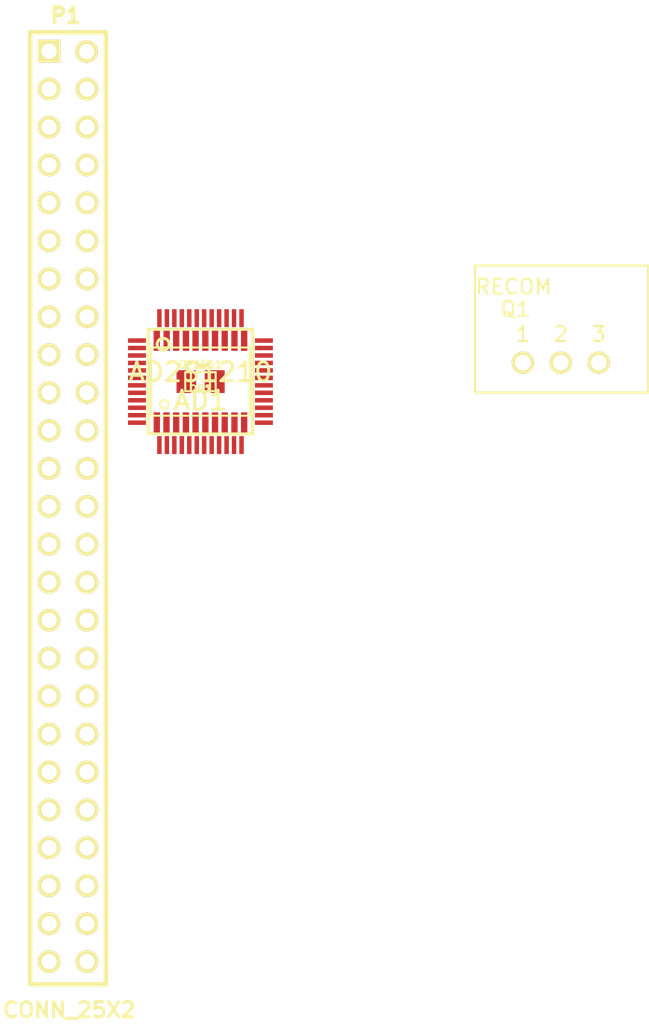
<source format=kicad_pcb>
(kicad_pcb (version 3) (host pcbnew "(2013-dec-23)-stable")

  (general
    (links 64)
    (no_connects 48)
    (area 0 0 0 0)
    (thickness 1.6)
    (drawings 0)
    (tracks 0)
    (zones 0)
    (modules 29)
    (nets 41)
  )

  (page A3)
  (layers
    (15 F.Cu signal)
    (0 B.Cu signal)
    (16 B.Adhes user)
    (17 F.Adhes user)
    (18 B.Paste user)
    (19 F.Paste user)
    (20 B.SilkS user)
    (21 F.SilkS user)
    (22 B.Mask user)
    (23 F.Mask user)
    (24 Dwgs.User user)
    (25 Cmts.User user)
    (26 Eco1.User user)
    (27 Eco2.User user)
    (28 Edge.Cuts user)
  )

  (setup
    (last_trace_width 0.254)
    (trace_clearance 0.254)
    (zone_clearance 0.508)
    (zone_45_only no)
    (trace_min 0.254)
    (segment_width 0.2)
    (edge_width 0.1)
    (via_size 0.889)
    (via_drill 0.635)
    (via_min_size 0.889)
    (via_min_drill 0.508)
    (uvia_size 0.508)
    (uvia_drill 0.127)
    (uvias_allowed no)
    (uvia_min_size 0.508)
    (uvia_min_drill 0.127)
    (pcb_text_width 0.3)
    (pcb_text_size 1.5 1.5)
    (mod_edge_width 0.15)
    (mod_text_size 1 1)
    (mod_text_width 0.15)
    (pad_size 1.5 1.5)
    (pad_drill 0.6)
    (pad_to_mask_clearance 0)
    (aux_axis_origin 0 0)
    (visible_elements FFFFFFBF)
    (pcbplotparams
      (layerselection 3178497)
      (usegerberextensions true)
      (excludeedgelayer true)
      (linewidth 0.150000)
      (plotframeref false)
      (viasonmask false)
      (mode 1)
      (useauxorigin false)
      (hpglpennumber 1)
      (hpglpenspeed 20)
      (hpglpendiameter 15)
      (hpglpenoverlay 2)
      (psnegative false)
      (psa4output false)
      (plotreference true)
      (plotvalue true)
      (plotothertext true)
      (plotinvisibletext false)
      (padsonsilk false)
      (subtractmaskfromsilk false)
      (outputformat 1)
      (mirror false)
      (drillshape 1)
      (scaleselection 1)
      (outputdirectory ""))
  )

  (net 0 "")
  (net 1 /A0)
  (net 2 /COS)
  (net 3 /COSLO)
  (net 4 /EXC)
  (net 5 /OUT_EXC)
  (net 6 /OUT_~EXC)
  (net 7 /SCLK)
  (net 8 /SDI)
  (net 9 /SDO)
  (net 10 /SIN)
  (net 11 /SINLO)
  (net 12 /V_DRIVE)
  (net 13 /~EXC)
  (net 14 /~SAMPLE)
  (net 15 /~WR)
  (net 16 GND)
  (net 17 N-000001)
  (net 18 N-00000100)
  (net 19 N-0000012)
  (net 20 N-000002)
  (net 21 N-0000049)
  (net 22 N-0000052)
  (net 23 N-0000054)
  (net 24 N-0000055)
  (net 25 N-0000059)
  (net 26 N-0000064)
  (net 27 N-0000065)
  (net 28 N-0000066)
  (net 29 N-0000068)
  (net 30 N-000007)
  (net 31 N-000008)
  (net 32 N-0000089)
  (net 33 N-0000091)
  (net 34 N-0000092)
  (net 35 N-0000093)
  (net 36 N-0000094)
  (net 37 N-0000095)
  (net 38 N-0000096)
  (net 39 N-0000097)
  (net 40 N-0000098)

  (net_class Default "This is the default net class."
    (clearance 0.254)
    (trace_width 0.254)
    (via_dia 0.889)
    (via_drill 0.635)
    (uvia_dia 0.508)
    (uvia_drill 0.127)
    (add_net "")
    (add_net /A0)
    (add_net /COS)
    (add_net /COSLO)
    (add_net /EXC)
    (add_net /OUT_EXC)
    (add_net /OUT_~EXC)
    (add_net /SCLK)
    (add_net /SDI)
    (add_net /SDO)
    (add_net /SIN)
    (add_net /SINLO)
    (add_net /V_DRIVE)
    (add_net /~EXC)
    (add_net /~SAMPLE)
    (add_net /~WR)
    (add_net GND)
    (add_net N-000001)
    (add_net N-00000100)
    (add_net N-0000012)
    (add_net N-000002)
    (add_net N-0000049)
    (add_net N-0000052)
    (add_net N-0000054)
    (add_net N-0000055)
    (add_net N-0000059)
    (add_net N-0000064)
    (add_net N-0000065)
    (add_net N-0000066)
    (add_net N-0000068)
    (add_net N-000007)
    (add_net N-000008)
    (add_net N-0000089)
    (add_net N-0000091)
    (add_net N-0000092)
    (add_net N-0000093)
    (add_net N-0000094)
    (add_net N-0000095)
    (add_net N-0000096)
    (add_net N-0000097)
    (add_net N-0000098)
  )

  (module tssop-20 (layer F.Cu) (tedit 49E9CFE4) (tstamp 53681C85)
    (at 9.144 -6.096)
    (descr TSSOP-20)
    (path /53599518)
    (fp_text reference OP2 (at 0 0.508) (layer F.SilkS)
      (effects (font (size 0.50038 0.50038) (thickness 0.09906)))
    )
    (fp_text value OPA561 (at 0 -1.143) (layer F.SilkS)
      (effects (font (size 0.50038 0.50038) (thickness 0.09906)))
    )
    (fp_line (start 3.302 -2.286) (end -3.302 -2.286) (layer F.SilkS) (width 0.127))
    (fp_line (start -3.302 -2.286) (end -3.302 2.286) (layer F.SilkS) (width 0.127))
    (fp_line (start -3.302 2.286) (end 3.302 2.286) (layer F.SilkS) (width 0.127))
    (fp_line (start 3.302 2.286) (end 3.302 -2.286) (layer F.SilkS) (width 0.127))
    (fp_circle (center -2.413 1.524) (end -2.54 1.778) (layer F.SilkS) (width 0.127))
    (pad 5 smd rect (at -0.32512 2.79908) (size 0.4191 1.47066)
      (layers F.Cu F.Paste F.Mask)
      (net 16 GND)
    )
    (pad 6 smd rect (at 0.32512 2.79908) (size 0.4191 1.47066)
      (layers F.Cu F.Paste F.Mask)
      (net 33 N-0000091)
    )
    (pad 7 smd rect (at 0.97536 2.79908) (size 0.4191 1.47066)
      (layers F.Cu F.Paste F.Mask)
      (net 5 /OUT_EXC)
    )
    (pad 8 smd rect (at 1.6256 2.79908) (size 0.4191 1.47066)
      (layers F.Cu F.Paste F.Mask)
      (net 28 N-0000066)
    )
    (pad 19 smd rect (at -2.26568 -2.794) (size 0.4191 1.47066)
      (layers F.Cu F.Paste F.Mask)
    )
    (pad 2 smd rect (at -2.27584 2.79908) (size 0.4191 1.47066)
      (layers F.Cu F.Paste F.Mask)
      (net 35 N-0000093)
    )
    (pad 3 smd rect (at -1.6256 2.79908) (size 0.4191 1.47066)
      (layers F.Cu F.Paste F.Mask)
      (net 29 N-0000068)
    )
    (pad 4 smd rect (at -0.97536 2.79908) (size 0.4191 1.47066)
      (layers F.Cu F.Paste F.Mask)
      (net 32 N-0000089)
    )
    (pad 12 smd rect (at 2.27584 -2.79908) (size 0.4191 1.47066)
      (layers F.Cu F.Paste F.Mask)
    )
    (pad 13 smd rect (at 1.6256 -2.79908) (size 0.4191 1.47066)
      (layers F.Cu F.Paste F.Mask)
    )
    (pad 14 smd rect (at 0.97536 -2.79908) (size 0.4191 1.47066)
      (layers F.Cu F.Paste F.Mask)
    )
    (pad 15 smd rect (at 0.32512 -2.79908) (size 0.4191 1.47066)
      (layers F.Cu F.Paste F.Mask)
    )
    (pad 16 smd rect (at -0.32512 -2.79908) (size 0.4191 1.47066)
      (layers F.Cu F.Paste F.Mask)
    )
    (pad 17 smd rect (at -0.97536 -2.79908) (size 0.4191 1.47066)
      (layers F.Cu F.Paste F.Mask)
    )
    (pad 9 smd rect (at 2.27584 2.79908) (size 0.4191 1.47066)
      (layers F.Cu F.Paste F.Mask)
    )
    (pad 18 smd rect (at -1.6256 -2.794) (size 0.4191 1.47066)
      (layers F.Cu F.Paste F.Mask)
    )
    (pad 1 smd rect (at -2.92608 2.79908) (size 0.4191 1.47066)
      (layers F.Cu F.Paste F.Mask)
    )
    (pad 10 smd rect (at 2.92608 2.79908) (size 0.4191 1.47066)
      (layers F.Cu F.Paste F.Mask)
    )
    (pad 11 smd rect (at 2.92608 -2.79908) (size 0.4191 1.47066)
      (layers F.Cu F.Paste F.Mask)
    )
    (pad 20 smd rect (at -2.92608 -2.79908) (size 0.4191 1.47066)
      (layers F.Cu F.Paste F.Mask)
    )
    (model smd/smd_dil/tssop-20.wrl
      (at (xyz 0 0 0))
      (scale (xyz 1 1 1))
      (rotate (xyz 0 0 0))
    )
  )

  (module tssop-20 (layer F.Cu) (tedit 49E9CFE4) (tstamp 53681CA2)
    (at 9.144 -6.096)
    (descr TSSOP-20)
    (path /5359901E)
    (fp_text reference OP1 (at 0 0.508) (layer F.SilkS)
      (effects (font (size 0.50038 0.50038) (thickness 0.09906)))
    )
    (fp_text value OPA561 (at 0 -1.143) (layer F.SilkS)
      (effects (font (size 0.50038 0.50038) (thickness 0.09906)))
    )
    (fp_line (start 3.302 -2.286) (end -3.302 -2.286) (layer F.SilkS) (width 0.127))
    (fp_line (start -3.302 -2.286) (end -3.302 2.286) (layer F.SilkS) (width 0.127))
    (fp_line (start -3.302 2.286) (end 3.302 2.286) (layer F.SilkS) (width 0.127))
    (fp_line (start 3.302 2.286) (end 3.302 -2.286) (layer F.SilkS) (width 0.127))
    (fp_circle (center -2.413 1.524) (end -2.54 1.778) (layer F.SilkS) (width 0.127))
    (pad 5 smd rect (at -0.32512 2.79908) (size 0.4191 1.47066)
      (layers F.Cu F.Paste F.Mask)
      (net 16 GND)
    )
    (pad 6 smd rect (at 0.32512 2.79908) (size 0.4191 1.47066)
      (layers F.Cu F.Paste F.Mask)
      (net 18 N-00000100)
    )
    (pad 7 smd rect (at 0.97536 2.79908) (size 0.4191 1.47066)
      (layers F.Cu F.Paste F.Mask)
      (net 6 /OUT_~EXC)
    )
    (pad 8 smd rect (at 1.6256 2.79908) (size 0.4191 1.47066)
      (layers F.Cu F.Paste F.Mask)
      (net 26 N-0000064)
    )
    (pad 19 smd rect (at -2.26568 -2.794) (size 0.4191 1.47066)
      (layers F.Cu F.Paste F.Mask)
    )
    (pad 2 smd rect (at -2.27584 2.79908) (size 0.4191 1.47066)
      (layers F.Cu F.Paste F.Mask)
      (net 39 N-0000097)
    )
    (pad 3 smd rect (at -1.6256 2.79908) (size 0.4191 1.47066)
      (layers F.Cu F.Paste F.Mask)
      (net 27 N-0000065)
    )
    (pad 4 smd rect (at -0.97536 2.79908) (size 0.4191 1.47066)
      (layers F.Cu F.Paste F.Mask)
      (net 40 N-0000098)
    )
    (pad 12 smd rect (at 2.27584 -2.79908) (size 0.4191 1.47066)
      (layers F.Cu F.Paste F.Mask)
    )
    (pad 13 smd rect (at 1.6256 -2.79908) (size 0.4191 1.47066)
      (layers F.Cu F.Paste F.Mask)
    )
    (pad 14 smd rect (at 0.97536 -2.79908) (size 0.4191 1.47066)
      (layers F.Cu F.Paste F.Mask)
    )
    (pad 15 smd rect (at 0.32512 -2.79908) (size 0.4191 1.47066)
      (layers F.Cu F.Paste F.Mask)
    )
    (pad 16 smd rect (at -0.32512 -2.79908) (size 0.4191 1.47066)
      (layers F.Cu F.Paste F.Mask)
    )
    (pad 17 smd rect (at -0.97536 -2.79908) (size 0.4191 1.47066)
      (layers F.Cu F.Paste F.Mask)
    )
    (pad 9 smd rect (at 2.27584 2.79908) (size 0.4191 1.47066)
      (layers F.Cu F.Paste F.Mask)
    )
    (pad 18 smd rect (at -1.6256 -2.794) (size 0.4191 1.47066)
      (layers F.Cu F.Paste F.Mask)
    )
    (pad 1 smd rect (at -2.92608 2.79908) (size 0.4191 1.47066)
      (layers F.Cu F.Paste F.Mask)
    )
    (pad 10 smd rect (at 2.92608 2.79908) (size 0.4191 1.47066)
      (layers F.Cu F.Paste F.Mask)
    )
    (pad 11 smd rect (at 2.92608 -2.79908) (size 0.4191 1.47066)
      (layers F.Cu F.Paste F.Mask)
    )
    (pad 20 smd rect (at -2.92608 -2.79908) (size 0.4191 1.47066)
      (layers F.Cu F.Paste F.Mask)
    )
    (model smd/smd_dil/tssop-20.wrl
      (at (xyz 0 0 0))
      (scale (xyz 1 1 1))
      (rotate (xyz 0 0 0))
    )
  )

  (module SIP-3 (layer F.Cu) (tedit 5361BC4A) (tstamp 53681CB0)
    (at 30.734 -7.366)
    (path /535B0E85)
    (fp_text reference Q1 (at -0.4953 -3.5941) (layer F.SilkS)
      (effects (font (size 1 1) (thickness 0.15)))
    )
    (fp_text value RECOM (at -0.635 -5.08) (layer F.SilkS)
      (effects (font (size 1 1) (thickness 0.15)))
    )
    (fp_text user 2 (at 2.54 -1.905) (layer F.SilkS)
      (effects (font (size 1 1) (thickness 0.15)))
    )
    (fp_text user 3 (at 5.08 -1.905) (layer F.SilkS)
      (effects (font (size 1 1) (thickness 0.15)))
    )
    (fp_text user 1 (at 0 -1.905) (layer F.SilkS)
      (effects (font (size 1 1) (thickness 0.15)))
    )
    (fp_line (start 8.39 2) (end 8.39 -6.5) (layer F.SilkS) (width 0.15))
    (fp_line (start -3.21 2) (end -3.21 -6.5) (layer F.SilkS) (width 0.15))
    (fp_line (start -3.21 -6.5) (end 8.39 -6.5) (layer F.SilkS) (width 0.15))
    (fp_line (start -3.21 2) (end 8.39 2) (layer F.SilkS) (width 0.15))
    (pad 1 thru_hole circle (at 0 0) (size 1.5 1.5) (drill 1.05)
      (layers *.Cu *.Mask F.SilkS)
      (net 25 N-0000059)
    )
    (pad 2 thru_hole circle (at 2.54 0) (size 1.5 1.5) (drill 1.05)
      (layers *.Cu *.Mask F.SilkS)
      (net 21 N-0000049)
    )
    (pad 3 thru_hole circle (at 5.08 0) (size 1.5 1.5) (drill 1.05)
      (layers *.Cu *.Mask F.SilkS)
    )
  )

  (module PIN_ARRAY_STM32_25X2 (layer F.Cu) (tedit 528EC72F) (tstamp 53681CEA)
    (at 0 0)
    (descr "Double rangee de contacts 2 x 12 pins")
    (tags CONN)
    (path /5359C4A2)
    (fp_text reference P1 (at 0.127 -30.607) (layer F.SilkS)
      (effects (font (size 1.016 1.016) (thickness 0.27432)))
    )
    (fp_text value CONN_25X2 (at 0.35 35.975) (layer F.SilkS)
      (effects (font (size 1.016 1.016) (thickness 0.2032)))
    )
    (fp_line (start -2.2639 34.2635) (end -2.2639 -29.4905) (layer F.SilkS) (width 0.3048))
    (fp_line (start 2.8161 34.2635) (end 2.8161 -29.4905) (layer F.SilkS) (width 0.3048))
    (fp_line (start 2.8161 34.2595) (end -2.2639 34.2595) (layer F.SilkS) (width 0.3048))
    (fp_line (start 2.8161 -29.4905) (end -2.2639 -29.4905) (layer F.SilkS) (width 0.3048))
    (pad 1 thru_hole rect (at -0.9939 -28.2205 270) (size 1.524 1.524) (drill 1.016)
      (layers *.Cu *.Mask F.SilkS)
    )
    (pad 2 thru_hole circle (at 1.524 -28.194 270) (size 1.524 1.524) (drill 1.016)
      (layers *.Cu *.Mask F.SilkS)
    )
    (pad 11 thru_hole circle (at -0.9939 -15.5205 270) (size 1.524 1.524) (drill 1.016)
      (layers *.Cu *.Mask F.SilkS)
    )
    (pad 4 thru_hole circle (at 1.5461 -25.6805 270) (size 1.524 1.524) (drill 1.016)
      (layers *.Cu *.Mask F.SilkS)
      (net 1 /A0)
    )
    (pad 13 thru_hole circle (at -0.9939 -12.9805 270) (size 1.524 1.524) (drill 1.016)
      (layers *.Cu *.Mask F.SilkS)
      (net 15 /~WR)
    )
    (pad 6 thru_hole circle (at 1.5461 -23.1405 270) (size 1.524 1.524) (drill 1.016)
      (layers *.Cu *.Mask F.SilkS)
    )
    (pad 15 thru_hole circle (at -0.9939 -10.4405 270) (size 1.524 1.524) (drill 1.016)
      (layers *.Cu *.Mask F.SilkS)
    )
    (pad 8 thru_hole circle (at 1.5461 -20.6005 270) (size 1.524 1.524) (drill 1.016)
      (layers *.Cu *.Mask F.SilkS)
    )
    (pad 17 thru_hole circle (at -0.9939 -7.9005 270) (size 1.524 1.524) (drill 1.016)
      (layers *.Cu *.Mask F.SilkS)
    )
    (pad 10 thru_hole circle (at 1.5461 -18.0605 270) (size 1.524 1.524) (drill 1.016)
      (layers *.Cu *.Mask F.SilkS)
      (net 2 /COS)
    )
    (pad 19 thru_hole circle (at -0.9939 -5.3605 270) (size 1.524 1.524) (drill 1.016)
      (layers *.Cu *.Mask F.SilkS)
    )
    (pad 12 thru_hole circle (at 1.5461 -15.5205 270) (size 1.524 1.524) (drill 1.016)
      (layers *.Cu *.Mask F.SilkS)
      (net 3 /COSLO)
    )
    (pad 21 thru_hole circle (at -0.9939 -2.8205 270) (size 1.524 1.524) (drill 1.016)
      (layers *.Cu *.Mask F.SilkS)
    )
    (pad 14 thru_hole circle (at 1.5461 -12.9805 270) (size 1.524 1.524) (drill 1.016)
      (layers *.Cu *.Mask F.SilkS)
    )
    (pad 23 thru_hole circle (at -0.9939 -0.2805 270) (size 1.524 1.524) (drill 1.016)
      (layers *.Cu *.Mask F.SilkS)
    )
    (pad 16 thru_hole circle (at 1.5461 -10.4405 270) (size 1.524 1.524) (drill 1.016)
      (layers *.Cu *.Mask F.SilkS)
      (net 11 /SINLO)
    )
    (pad 25 thru_hole circle (at -0.9939 2.2595 270) (size 1.524 1.524) (drill 1.016)
      (layers *.Cu *.Mask F.SilkS)
    )
    (pad 18 thru_hole circle (at 1.5461 -7.9005 270) (size 1.524 1.524) (drill 1.016)
      (layers *.Cu *.Mask F.SilkS)
      (net 10 /SIN)
    )
    (pad 27 thru_hole circle (at -0.9939 4.7995 270) (size 1.524 1.524) (drill 1.016)
      (layers *.Cu *.Mask F.SilkS)
    )
    (pad 20 thru_hole circle (at 1.5461 -5.3605 270) (size 1.524 1.524) (drill 1.016)
      (layers *.Cu *.Mask F.SilkS)
    )
    (pad 29 thru_hole circle (at -0.9939 7.3395 270) (size 1.524 1.524) (drill 1.016)
      (layers *.Cu *.Mask F.SilkS)
    )
    (pad 22 thru_hole circle (at 1.5461 -2.8205 270) (size 1.524 1.524) (drill 1.016)
      (layers *.Cu *.Mask F.SilkS)
      (net 6 /OUT_~EXC)
    )
    (pad 31 thru_hole circle (at -0.9939 9.8795 270) (size 1.524 1.524) (drill 1.016)
      (layers *.Cu *.Mask F.SilkS)
    )
    (pad 24 thru_hole circle (at 1.5461 -0.2805 270) (size 1.524 1.524) (drill 1.016)
      (layers *.Cu *.Mask F.SilkS)
      (net 5 /OUT_EXC)
    )
    (pad 26 thru_hole circle (at 1.5461 2.2595 270) (size 1.524 1.524) (drill 1.016)
      (layers *.Cu *.Mask F.SilkS)
    )
    (pad 33 thru_hole circle (at -0.9939 12.4195 270) (size 1.524 1.524) (drill 1.016)
      (layers *.Cu *.Mask F.SilkS)
    )
    (pad 28 thru_hole circle (at 1.5461 4.7995 270) (size 1.524 1.524) (drill 1.016)
      (layers *.Cu *.Mask F.SilkS)
    )
    (pad 32 thru_hole circle (at 1.5461 9.8795 270) (size 1.524 1.524) (drill 1.016)
      (layers *.Cu *.Mask F.SilkS)
    )
    (pad 34 thru_hole circle (at 1.5461 12.4195 270) (size 1.524 1.524) (drill 1.016)
      (layers *.Cu *.Mask F.SilkS)
    )
    (pad 36 thru_hole circle (at 1.5461 14.9595 270) (size 1.524 1.524) (drill 1.016)
      (layers *.Cu *.Mask F.SilkS)
    )
    (pad 38 thru_hole circle (at 1.5461 17.4995 270) (size 1.524 1.524) (drill 1.016)
      (layers *.Cu *.Mask F.SilkS)
      (net 7 /SCLK)
    )
    (pad 35 thru_hole circle (at -0.9939 14.9595 270) (size 1.524 1.524) (drill 1.016)
      (layers *.Cu *.Mask F.SilkS)
    )
    (pad 37 thru_hole circle (at -0.9939 17.4995 270) (size 1.524 1.524) (drill 1.016)
      (layers *.Cu *.Mask F.SilkS)
      (net 9 /SDO)
    )
    (pad 3 thru_hole circle (at -0.9939 -25.6805 270) (size 1.524 1.524) (drill 1.016)
      (layers *.Cu *.Mask F.SilkS)
      (net 12 /V_DRIVE)
    )
    (pad 5 thru_hole circle (at -0.9939 -23.1405 270) (size 1.524 1.524) (drill 1.016)
      (layers *.Cu *.Mask F.SilkS)
    )
    (pad 7 thru_hole circle (at -0.9939 -20.6005 270) (size 1.524 1.524) (drill 1.016)
      (layers *.Cu *.Mask F.SilkS)
    )
    (pad 9 thru_hole circle (at -0.9939 -18.0605 270) (size 1.524 1.524) (drill 1.016)
      (layers *.Cu *.Mask F.SilkS)
      (net 14 /~SAMPLE)
    )
    (pad 39 thru_hole circle (at -0.9939 20.0395 270) (size 1.524 1.524) (drill 1.016)
      (layers *.Cu *.Mask F.SilkS)
    )
    (pad 40 thru_hole circle (at 1.5461 20.0395 270) (size 1.524 1.524) (drill 1.016)
      (layers *.Cu *.Mask F.SilkS)
      (net 8 /SDI)
    )
    (pad 30 thru_hole circle (at 1.5461 7.3395 270) (size 1.524 1.524) (drill 1.016)
      (layers *.Cu *.Mask F.SilkS)
    )
    (pad 41 thru_hole circle (at -0.9939 22.5795 270) (size 1.524 1.524) (drill 1.016)
      (layers *.Cu *.Mask F.SilkS)
    )
    (pad 42 thru_hole circle (at 1.5461 22.5795 270) (size 1.524 1.524) (drill 1.016)
      (layers *.Cu *.Mask F.SilkS)
    )
    (pad 43 thru_hole circle (at -0.9939 25.1195 270) (size 1.524 1.524) (drill 1.016)
      (layers *.Cu *.Mask F.SilkS)
    )
    (pad 44 thru_hole circle (at 1.5461 25.1195 270) (size 1.524 1.524) (drill 1.016)
      (layers *.Cu *.Mask F.SilkS)
    )
    (pad 45 thru_hole circle (at -0.9939 27.6595 270) (size 1.524 1.524) (drill 1.016)
      (layers *.Cu *.Mask F.SilkS)
    )
    (pad 46 thru_hole circle (at 1.5461 27.6595 270) (size 1.524 1.524) (drill 1.016)
      (layers *.Cu *.Mask F.SilkS)
    )
    (pad 47 thru_hole circle (at -0.9939 30.1995 270) (size 1.524 1.524) (drill 1.016)
      (layers *.Cu *.Mask F.SilkS)
    )
    (pad 48 thru_hole circle (at 1.5461 30.1995 270) (size 1.524 1.524) (drill 1.016)
      (layers *.Cu *.Mask F.SilkS)
    )
    (pad 49 thru_hole circle (at -0.9939 32.7395 270) (size 1.524 1.524) (drill 1.016)
      (layers *.Cu *.Mask F.SilkS)
    )
    (pad 50 thru_hole circle (at 1.5461 32.7395 270) (size 1.524 1.524) (drill 1.016)
      (layers *.Cu *.Mask F.SilkS)
    )
    (model pin_array/pins_array_30x2.wrl
      (at (xyz 0 0 0))
      (scale (xyz 1 1 1))
      (rotate (xyz 0 0 0))
    )
  )

  (module LQFP48 (layer F.Cu) (tedit 5216CA5B) (tstamp 53681D27)
    (at 9.144 -6.096)
    (path /53572D06)
    (fp_text reference AD1 (at 0 1.27) (layer F.SilkS)
      (effects (font (size 1.27 1.27) (thickness 0.2)))
    )
    (fp_text value AD2S1210 (at 0 -0.635) (layer F.SilkS)
      (effects (font (size 1.27 1.27) (thickness 0.2)))
    )
    (fp_line (start -3.5 3.5) (end -3.5 3.5) (layer F.SilkS) (width 0.2))
    (fp_circle (center -2.5 -2.5) (end -2.1 -2.5) (layer F.SilkS) (width 0.2))
    (fp_line (start -3.5 3.5) (end -3.5 -3.5) (layer F.SilkS) (width 0.2))
    (fp_line (start -3.5 -3.5) (end -3.5 -3.5) (layer F.SilkS) (width 0.2))
    (fp_line (start -3.5 -3.5) (end 3.5 -3.5) (layer F.SilkS) (width 0.2))
    (fp_line (start 3.5 -3.5) (end 3.5 -3.5) (layer F.SilkS) (width 0.2))
    (fp_line (start 3.5 -3.5) (end 3.5 3.5) (layer F.SilkS) (width 0.2))
    (fp_line (start 3.5 3.5) (end 3.5 3.5) (layer F.SilkS) (width 0.2))
    (fp_line (start 3.5 3.5) (end -3.5 3.5) (layer F.SilkS) (width 0.2))
    (pad 7 smd rect (at -4.25 0.25) (size 1.2 0.3)
      (layers F.Cu F.Paste F.Mask)
      (net 24 N-0000055)
    )
    (pad 6 smd rect (at -4.25 -0.25) (size 1.2 0.3)
      (layers F.Cu F.Paste F.Mask)
      (net 17 N-000001)
    )
    (pad 8 smd rect (at -4.25 0.75) (size 1.2 0.3)
      (layers F.Cu F.Paste F.Mask)
      (net 23 N-0000054)
    )
    (pad 5 smd rect (at -4.25 -0.75) (size 1.2 0.3)
      (layers F.Cu F.Paste F.Mask)
      (net 20 N-000002)
    )
    (pad 4 smd rect (at -4.25 -1.25) (size 1.2 0.3)
      (layers F.Cu F.Paste F.Mask)
      (net 15 /~WR)
    )
    (pad 3 smd rect (at -4.25 -1.75) (size 1.2 0.3)
      (layers F.Cu F.Paste F.Mask)
      (net 12 /V_DRIVE)
    )
    (pad 2 smd rect (at -4.25 -2.25) (size 1.2 0.3)
      (layers F.Cu F.Paste F.Mask)
      (net 22 N-0000052)
    )
    (pad 1 smd rect (at -4.25 -2.75) (size 1.2 0.3)
      (layers F.Cu F.Paste F.Mask)
      (net 22 N-0000052)
    )
    (pad 9 smd rect (at -4.25 1.25) (size 1.2 0.3)
      (layers F.Cu F.Paste F.Mask)
      (net 19 N-0000012)
    )
    (pad 10 smd rect (at -4.25 1.75) (size 1.2 0.3)
      (layers F.Cu F.Paste F.Mask)
      (net 14 /~SAMPLE)
    )
    (pad 11 smd rect (at -4.25 2.25) (size 1.2 0.3)
      (layers F.Cu F.Paste F.Mask)
      (net 9 /SDO)
    )
    (pad 12 smd rect (at -4.25 2.75) (size 1.2 0.3)
      (layers F.Cu F.Paste F.Mask)
      (net 8 /SDI)
    )
    (pad 30 smd rect (at 4.25 0.25) (size 1.2 0.3)
      (layers F.Cu F.Paste F.Mask)
    )
    (pad 31 smd rect (at 4.25 -0.25) (size 1.2 0.3)
      (layers F.Cu F.Paste F.Mask)
    )
    (pad 29 smd rect (at 4.25 0.75) (size 1.2 0.3)
      (layers F.Cu F.Paste F.Mask)
    )
    (pad 28 smd rect (at 4.25 1.25) (size 1.2 0.3)
      (layers F.Cu F.Paste F.Mask)
    )
    (pad 27 smd rect (at 4.25 1.75) (size 1.2 0.3)
      (layers F.Cu F.Paste F.Mask)
    )
    (pad 26 smd rect (at 4.25 2.25) (size 1.2 0.3)
      (layers F.Cu F.Paste F.Mask)
    )
    (pad 25 smd rect (at 4.25 2.75) (size 1.2 0.3)
      (layers F.Cu F.Paste F.Mask)
    )
    (pad 32 smd rect (at 4.25 -0.75) (size 1.2 0.3)
      (layers F.Cu F.Paste F.Mask)
    )
    (pad 33 smd rect (at 4.25 -1.25) (size 1.2 0.3)
      (layers F.Cu F.Paste F.Mask)
      (net 34 N-0000092)
    )
    (pad 34 smd rect (at 4.25 -1.75) (size 1.2 0.3)
      (layers F.Cu F.Paste F.Mask)
    )
    (pad 35 smd rect (at 4.25 -2.25) (size 1.2 0.3)
      (layers F.Cu F.Paste F.Mask)
    )
    (pad 36 smd rect (at 4.25 -2.75) (size 1.2 0.3)
      (layers F.Cu F.Paste F.Mask)
      (net 1 /A0)
    )
    (pad 42 smd rect (at 0.25 -4.25 90) (size 1.2 0.3)
      (layers F.Cu F.Paste F.Mask)
      (net 11 /SINLO)
    )
    (pad 41 smd rect (at 0.75 -4.25 90) (size 1.2 0.3)
      (layers F.Cu F.Paste F.Mask)
      (net 10 /SIN)
    )
    (pad 40 smd rect (at 1.25 -4.25 90) (size 1.2 0.3)
      (layers F.Cu F.Paste F.Mask)
      (net 37 N-0000095)
    )
    (pad 39 smd rect (at 1.75 -4.25 90) (size 1.2 0.3)
      (layers F.Cu F.Paste F.Mask)
      (net 13 /~EXC)
    )
    (pad 38 smd rect (at 2.25 -4.25 90) (size 1.2 0.3)
      (layers F.Cu F.Paste F.Mask)
      (net 4 /EXC)
    )
    (pad 37 smd rect (at 2.75 -4.25 90) (size 1.2 0.3)
      (layers F.Cu F.Paste F.Mask)
      (net 1 /A0)
    )
    (pad 43 smd rect (at -0.25 -4.25 90) (size 1.2 0.3)
      (layers F.Cu F.Paste F.Mask)
      (net 36 N-0000094)
    )
    (pad 44 smd rect (at -0.75 -4.25 90) (size 1.2 0.3)
      (layers F.Cu F.Paste F.Mask)
      (net 3 /COSLO)
    )
    (pad 45 smd rect (at -1.25 -4.25 90) (size 1.2 0.3)
      (layers F.Cu F.Paste F.Mask)
      (net 2 /COS)
    )
    (pad 46 smd rect (at -1.75 -4.25 90) (size 1.2 0.3)
      (layers F.Cu F.Paste F.Mask)
      (net 38 N-0000096)
    )
    (pad 47 smd rect (at -2.25 -4.25 90) (size 1.2 0.3)
      (layers F.Cu F.Paste F.Mask)
    )
    (pad 48 smd rect (at -2.75 -4.25 90) (size 1.2 0.3)
      (layers F.Cu F.Paste F.Mask)
      (net 22 N-0000052)
    )
    (pad 19 smd rect (at 0.25 4.25 90) (size 1.2 0.3)
      (layers F.Cu F.Paste F.Mask)
      (net 16 GND)
    )
    (pad 20 smd rect (at 0.75 4.25 90) (size 1.2 0.3)
      (layers F.Cu F.Paste F.Mask)
    )
    (pad 21 smd rect (at 1.25 4.25 90) (size 1.2 0.3)
      (layers F.Cu F.Paste F.Mask)
    )
    (pad 22 smd rect (at 1.75 4.25 90) (size 1.2 0.3)
      (layers F.Cu F.Paste F.Mask)
    )
    (pad 23 smd rect (at 2.25 4.25 90) (size 1.2 0.3)
      (layers F.Cu F.Paste F.Mask)
    )
    (pad 24 smd rect (at 2.75 4.25 90) (size 1.2 0.3)
      (layers F.Cu F.Paste F.Mask)
    )
    (pad 18 smd rect (at -0.25 4.25 90) (size 1.2 0.3)
      (layers F.Cu F.Paste F.Mask)
      (net 31 N-000008)
    )
    (pad 17 smd rect (at -0.75 4.25 90) (size 1.2 0.3)
      (layers F.Cu F.Paste F.Mask)
    )
    (pad 16 smd rect (at -1.25 4.25 90) (size 1.2 0.3)
      (layers F.Cu F.Paste F.Mask)
    )
    (pad 15 smd rect (at -1.75 4.25 90) (size 1.2 0.3)
      (layers F.Cu F.Paste F.Mask)
    )
    (pad 14 smd rect (at -2.25 4.25 90) (size 1.2 0.3)
      (layers F.Cu F.Paste F.Mask)
    )
    (pad 13 smd rect (at -2.75 4.25 90) (size 1.2 0.3)
      (layers F.Cu F.Paste F.Mask)
      (net 7 /SCLK)
    )
    (model lqfp/lqfp48.wrl
      (at (xyz 0 0 0))
      (scale (xyz 1 1 1))
      (rotate (xyz 0 0 0))
    )
  )

  (module c_0805 (layer F.Cu) (tedit 49047394) (tstamp 53681D33)
    (at 9.144 -6.096)
    (descr "SMT capacitor, 0805")
    (path /53599512)
    (fp_text reference R3 (at 0 -0.9906) (layer F.SilkS)
      (effects (font (size 0.29972 0.29972) (thickness 0.06096)))
    )
    (fp_text value 15.4k (at 0 0.9906) (layer F.SilkS) hide
      (effects (font (size 0.29972 0.29972) (thickness 0.06096)))
    )
    (fp_line (start 0.635 -0.635) (end 0.635 0.635) (layer F.SilkS) (width 0.127))
    (fp_line (start -0.635 -0.635) (end -0.635 0.6096) (layer F.SilkS) (width 0.127))
    (fp_line (start -1.016 -0.635) (end 1.016 -0.635) (layer F.SilkS) (width 0.127))
    (fp_line (start 1.016 -0.635) (end 1.016 0.635) (layer F.SilkS) (width 0.127))
    (fp_line (start 1.016 0.635) (end -1.016 0.635) (layer F.SilkS) (width 0.127))
    (fp_line (start -1.016 0.635) (end -1.016 -0.635) (layer F.SilkS) (width 0.127))
    (pad 1 smd rect (at 0.9525 0) (size 1.30048 1.4986)
      (layers F.Cu F.Paste F.Mask)
      (net 5 /OUT_EXC)
    )
    (pad 2 smd rect (at -0.9525 0) (size 1.30048 1.4986)
      (layers F.Cu F.Paste F.Mask)
      (net 29 N-0000068)
    )
    (model smd/capacitors/c_0805.wrl
      (at (xyz 0 0 0))
      (scale (xyz 1 1 1))
      (rotate (xyz 0 0 0))
    )
  )

  (module c_0805 (layer F.Cu) (tedit 49047394) (tstamp 53681D3F)
    (at 9.144 -6.096)
    (descr "SMT capacitor, 0805")
    (path /53573475)
    (fp_text reference C5 (at 0 -0.9906) (layer F.SilkS)
      (effects (font (size 0.29972 0.29972) (thickness 0.06096)))
    )
    (fp_text value 10n (at 0 0.9906) (layer F.SilkS) hide
      (effects (font (size 0.29972 0.29972) (thickness 0.06096)))
    )
    (fp_line (start 0.635 -0.635) (end 0.635 0.635) (layer F.SilkS) (width 0.127))
    (fp_line (start -0.635 -0.635) (end -0.635 0.6096) (layer F.SilkS) (width 0.127))
    (fp_line (start -1.016 -0.635) (end 1.016 -0.635) (layer F.SilkS) (width 0.127))
    (fp_line (start 1.016 -0.635) (end 1.016 0.635) (layer F.SilkS) (width 0.127))
    (fp_line (start 1.016 0.635) (end -1.016 0.635) (layer F.SilkS) (width 0.127))
    (fp_line (start -1.016 0.635) (end -1.016 -0.635) (layer F.SilkS) (width 0.127))
    (pad 1 smd rect (at 0.9525 0) (size 1.30048 1.4986)
      (layers F.Cu F.Paste F.Mask)
      (net 36 N-0000094)
    )
    (pad 2 smd rect (at -0.9525 0) (size 1.30048 1.4986)
      (layers F.Cu F.Paste F.Mask)
      (net 37 N-0000095)
    )
    (model smd/capacitors/c_0805.wrl
      (at (xyz 0 0 0))
      (scale (xyz 1 1 1))
      (rotate (xyz 0 0 0))
    )
  )

  (module c_0805 (layer F.Cu) (tedit 49047394) (tstamp 53681D4B)
    (at 9.144 -6.096)
    (descr "SMT capacitor, 0805")
    (path /5359951E)
    (fp_text reference C13 (at 0 -0.9906) (layer F.SilkS)
      (effects (font (size 0.29972 0.29972) (thickness 0.06096)))
    )
    (fp_text value 120p (at 0 0.9906) (layer F.SilkS) hide
      (effects (font (size 0.29972 0.29972) (thickness 0.06096)))
    )
    (fp_line (start 0.635 -0.635) (end 0.635 0.635) (layer F.SilkS) (width 0.127))
    (fp_line (start -0.635 -0.635) (end -0.635 0.6096) (layer F.SilkS) (width 0.127))
    (fp_line (start -1.016 -0.635) (end 1.016 -0.635) (layer F.SilkS) (width 0.127))
    (fp_line (start 1.016 -0.635) (end 1.016 0.635) (layer F.SilkS) (width 0.127))
    (fp_line (start 1.016 0.635) (end -1.016 0.635) (layer F.SilkS) (width 0.127))
    (fp_line (start -1.016 0.635) (end -1.016 -0.635) (layer F.SilkS) (width 0.127))
    (pad 1 smd rect (at 0.9525 0) (size 1.30048 1.4986)
      (layers F.Cu F.Paste F.Mask)
      (net 5 /OUT_EXC)
    )
    (pad 2 smd rect (at -0.9525 0) (size 1.30048 1.4986)
      (layers F.Cu F.Paste F.Mask)
      (net 29 N-0000068)
    )
    (model smd/capacitors/c_0805.wrl
      (at (xyz 0 0 0))
      (scale (xyz 1 1 1))
      (rotate (xyz 0 0 0))
    )
  )

  (module c_0805 (layer F.Cu) (tedit 49047394) (tstamp 53681D57)
    (at 9.144 -6.096)
    (descr "SMT capacitor, 0805")
    (path /53599524)
    (fp_text reference R5 (at 0 -0.9906) (layer F.SilkS)
      (effects (font (size 0.29972 0.29972) (thickness 0.06096)))
    )
    (fp_text value 10k (at 0 0.9906) (layer F.SilkS) hide
      (effects (font (size 0.29972 0.29972) (thickness 0.06096)))
    )
    (fp_line (start 0.635 -0.635) (end 0.635 0.635) (layer F.SilkS) (width 0.127))
    (fp_line (start -0.635 -0.635) (end -0.635 0.6096) (layer F.SilkS) (width 0.127))
    (fp_line (start -1.016 -0.635) (end 1.016 -0.635) (layer F.SilkS) (width 0.127))
    (fp_line (start 1.016 -0.635) (end 1.016 0.635) (layer F.SilkS) (width 0.127))
    (fp_line (start 1.016 0.635) (end -1.016 0.635) (layer F.SilkS) (width 0.127))
    (fp_line (start -1.016 0.635) (end -1.016 -0.635) (layer F.SilkS) (width 0.127))
    (pad 1 smd rect (at 0.9525 0) (size 1.30048 1.4986)
      (layers F.Cu F.Paste F.Mask)
      (net 4 /EXC)
    )
    (pad 2 smd rect (at -0.9525 0) (size 1.30048 1.4986)
      (layers F.Cu F.Paste F.Mask)
      (net 29 N-0000068)
    )
    (model smd/capacitors/c_0805.wrl
      (at (xyz 0 0 0))
      (scale (xyz 1 1 1))
      (rotate (xyz 0 0 0))
    )
  )

  (module c_0805 (layer F.Cu) (tedit 49047394) (tstamp 53681D63)
    (at 9.144 -6.096)
    (descr "SMT capacitor, 0805")
    (path /53599530)
    (fp_text reference R7 (at 0 -0.9906) (layer F.SilkS)
      (effects (font (size 0.29972 0.29972) (thickness 0.06096)))
    )
    (fp_text value 390k (at 0 0.9906) (layer F.SilkS) hide
      (effects (font (size 0.29972 0.29972) (thickness 0.06096)))
    )
    (fp_line (start 0.635 -0.635) (end 0.635 0.635) (layer F.SilkS) (width 0.127))
    (fp_line (start -0.635 -0.635) (end -0.635 0.6096) (layer F.SilkS) (width 0.127))
    (fp_line (start -1.016 -0.635) (end 1.016 -0.635) (layer F.SilkS) (width 0.127))
    (fp_line (start 1.016 -0.635) (end 1.016 0.635) (layer F.SilkS) (width 0.127))
    (fp_line (start 1.016 0.635) (end -1.016 0.635) (layer F.SilkS) (width 0.127))
    (fp_line (start -1.016 0.635) (end -1.016 -0.635) (layer F.SilkS) (width 0.127))
    (pad 1 smd rect (at 0.9525 0) (size 1.30048 1.4986)
      (layers F.Cu F.Paste F.Mask)
      (net 33 N-0000091)
    )
    (pad 2 smd rect (at -0.9525 0) (size 1.30048 1.4986)
      (layers F.Cu F.Paste F.Mask)
      (net 28 N-0000066)
    )
    (model smd/capacitors/c_0805.wrl
      (at (xyz 0 0 0))
      (scale (xyz 1 1 1))
      (rotate (xyz 0 0 0))
    )
  )

  (module c_0805 (layer F.Cu) (tedit 49047394) (tstamp 53681D6F)
    (at 9.144 -6.096)
    (descr "SMT capacitor, 0805")
    (path /53599536)
    (fp_text reference R10 (at 0 -0.9906) (layer F.SilkS)
      (effects (font (size 0.29972 0.29972) (thickness 0.06096)))
    )
    (fp_text value 22k (at 0 0.9906) (layer F.SilkS) hide
      (effects (font (size 0.29972 0.29972) (thickness 0.06096)))
    )
    (fp_line (start 0.635 -0.635) (end 0.635 0.635) (layer F.SilkS) (width 0.127))
    (fp_line (start -0.635 -0.635) (end -0.635 0.6096) (layer F.SilkS) (width 0.127))
    (fp_line (start -1.016 -0.635) (end 1.016 -0.635) (layer F.SilkS) (width 0.127))
    (fp_line (start 1.016 -0.635) (end 1.016 0.635) (layer F.SilkS) (width 0.127))
    (fp_line (start 1.016 0.635) (end -1.016 0.635) (layer F.SilkS) (width 0.127))
    (fp_line (start -1.016 0.635) (end -1.016 -0.635) (layer F.SilkS) (width 0.127))
    (pad 1 smd rect (at 0.9525 0) (size 1.30048 1.4986)
      (layers F.Cu F.Paste F.Mask)
      (net 33 N-0000091)
    )
    (pad 2 smd rect (at -0.9525 0) (size 1.30048 1.4986)
      (layers F.Cu F.Paste F.Mask)
      (net 35 N-0000093)
    )
    (model smd/capacitors/c_0805.wrl
      (at (xyz 0 0 0))
      (scale (xyz 1 1 1))
      (rotate (xyz 0 0 0))
    )
  )

  (module c_0805 (layer F.Cu) (tedit 49047394) (tstamp 53681D7B)
    (at 9.144 -6.096)
    (descr "SMT capacitor, 0805")
    (path /5359953C)
    (fp_text reference R11 (at 0 -0.9906) (layer F.SilkS)
      (effects (font (size 0.29972 0.29972) (thickness 0.06096)))
    )
    (fp_text value 10k (at 0 0.9906) (layer F.SilkS) hide
      (effects (font (size 0.29972 0.29972) (thickness 0.06096)))
    )
    (fp_line (start 0.635 -0.635) (end 0.635 0.635) (layer F.SilkS) (width 0.127))
    (fp_line (start -0.635 -0.635) (end -0.635 0.6096) (layer F.SilkS) (width 0.127))
    (fp_line (start -1.016 -0.635) (end 1.016 -0.635) (layer F.SilkS) (width 0.127))
    (fp_line (start 1.016 -0.635) (end 1.016 0.635) (layer F.SilkS) (width 0.127))
    (fp_line (start 1.016 0.635) (end -1.016 0.635) (layer F.SilkS) (width 0.127))
    (fp_line (start -1.016 0.635) (end -1.016 -0.635) (layer F.SilkS) (width 0.127))
    (pad 1 smd rect (at 0.9525 0) (size 1.30048 1.4986)
      (layers F.Cu F.Paste F.Mask)
      (net 35 N-0000093)
    )
    (pad 2 smd rect (at -0.9525 0) (size 1.30048 1.4986)
      (layers F.Cu F.Paste F.Mask)
      (net 32 N-0000089)
    )
    (model smd/capacitors/c_0805.wrl
      (at (xyz 0 0 0))
      (scale (xyz 1 1 1))
      (rotate (xyz 0 0 0))
    )
  )

  (module c_0805 (layer F.Cu) (tedit 49047394) (tstamp 53681D87)
    (at 9.144 -6.096)
    (descr "SMT capacitor, 0805")
    (path /5359C1C0)
    (fp_text reference R1 (at 0 -0.9906) (layer F.SilkS)
      (effects (font (size 0.29972 0.29972) (thickness 0.06096)))
    )
    (fp_text value 1k (at 0 0.9906) (layer F.SilkS) hide
      (effects (font (size 0.29972 0.29972) (thickness 0.06096)))
    )
    (fp_line (start 0.635 -0.635) (end 0.635 0.635) (layer F.SilkS) (width 0.127))
    (fp_line (start -0.635 -0.635) (end -0.635 0.6096) (layer F.SilkS) (width 0.127))
    (fp_line (start -1.016 -0.635) (end 1.016 -0.635) (layer F.SilkS) (width 0.127))
    (fp_line (start 1.016 -0.635) (end 1.016 0.635) (layer F.SilkS) (width 0.127))
    (fp_line (start 1.016 0.635) (end -1.016 0.635) (layer F.SilkS) (width 0.127))
    (fp_line (start -1.016 0.635) (end -1.016 -0.635) (layer F.SilkS) (width 0.127))
    (pad 1 smd rect (at 0.9525 0) (size 1.30048 1.4986)
      (layers F.Cu F.Paste F.Mask)
      (net 1 /A0)
    )
    (pad 2 smd rect (at -0.9525 0) (size 1.30048 1.4986)
      (layers F.Cu F.Paste F.Mask)
      (net 34 N-0000092)
    )
    (model smd/capacitors/c_0805.wrl
      (at (xyz 0 0 0))
      (scale (xyz 1 1 1))
      (rotate (xyz 0 0 0))
    )
  )

  (module c_0805 (layer F.Cu) (tedit 49047394) (tstamp 53681D93)
    (at 9.144 -6.096)
    (descr "SMT capacitor, 0805")
    (path /5359C28D)
    (fp_text reference C11 (at 0 -0.9906) (layer F.SilkS)
      (effects (font (size 0.29972 0.29972) (thickness 0.06096)))
    )
    (fp_text value 2.2µ (at 0 0.9906) (layer F.SilkS) hide
      (effects (font (size 0.29972 0.29972) (thickness 0.06096)))
    )
    (fp_line (start 0.635 -0.635) (end 0.635 0.635) (layer F.SilkS) (width 0.127))
    (fp_line (start -0.635 -0.635) (end -0.635 0.6096) (layer F.SilkS) (width 0.127))
    (fp_line (start -1.016 -0.635) (end 1.016 -0.635) (layer F.SilkS) (width 0.127))
    (fp_line (start 1.016 -0.635) (end 1.016 0.635) (layer F.SilkS) (width 0.127))
    (fp_line (start 1.016 0.635) (end -1.016 0.635) (layer F.SilkS) (width 0.127))
    (fp_line (start -1.016 0.635) (end -1.016 -0.635) (layer F.SilkS) (width 0.127))
    (pad 1 smd rect (at 0.9525 0) (size 1.30048 1.4986)
      (layers F.Cu F.Paste F.Mask)
    )
    (pad 2 smd rect (at -0.9525 0) (size 1.30048 1.4986)
      (layers F.Cu F.Paste F.Mask)
      (net 34 N-0000092)
    )
    (model smd/capacitors/c_0805.wrl
      (at (xyz 0 0 0))
      (scale (xyz 1 1 1))
      (rotate (xyz 0 0 0))
    )
  )

  (module c_0805 (layer F.Cu) (tedit 49047394) (tstamp 53681D9F)
    (at 9.144 -6.096)
    (descr "SMT capacitor, 0805")
    (path /535B0E7C)
    (fp_text reference C16 (at 0 -0.9906) (layer F.SilkS)
      (effects (font (size 0.29972 0.29972) (thickness 0.06096)))
    )
    (fp_text value 100n (at 0 0.9906) (layer F.SilkS) hide
      (effects (font (size 0.29972 0.29972) (thickness 0.06096)))
    )
    (fp_line (start 0.635 -0.635) (end 0.635 0.635) (layer F.SilkS) (width 0.127))
    (fp_line (start -0.635 -0.635) (end -0.635 0.6096) (layer F.SilkS) (width 0.127))
    (fp_line (start -1.016 -0.635) (end 1.016 -0.635) (layer F.SilkS) (width 0.127))
    (fp_line (start 1.016 -0.635) (end 1.016 0.635) (layer F.SilkS) (width 0.127))
    (fp_line (start 1.016 0.635) (end -1.016 0.635) (layer F.SilkS) (width 0.127))
    (fp_line (start -1.016 0.635) (end -1.016 -0.635) (layer F.SilkS) (width 0.127))
    (pad 1 smd rect (at 0.9525 0) (size 1.30048 1.4986)
      (layers F.Cu F.Paste F.Mask)
      (net 25 N-0000059)
    )
    (pad 2 smd rect (at -0.9525 0) (size 1.30048 1.4986)
      (layers F.Cu F.Paste F.Mask)
      (net 16 GND)
    )
    (model smd/capacitors/c_0805.wrl
      (at (xyz 0 0 0))
      (scale (xyz 1 1 1))
      (rotate (xyz 0 0 0))
    )
  )

  (module c_0805 (layer F.Cu) (tedit 49047394) (tstamp 53681DAB)
    (at 9.144 -6.096)
    (descr "SMT capacitor, 0805")
    (path /535B0EB8)
    (fp_text reference C17 (at 0 -0.9906) (layer F.SilkS)
      (effects (font (size 0.29972 0.29972) (thickness 0.06096)))
    )
    (fp_text value 100n (at 0 0.9906) (layer F.SilkS) hide
      (effects (font (size 0.29972 0.29972) (thickness 0.06096)))
    )
    (fp_line (start 0.635 -0.635) (end 0.635 0.635) (layer F.SilkS) (width 0.127))
    (fp_line (start -0.635 -0.635) (end -0.635 0.6096) (layer F.SilkS) (width 0.127))
    (fp_line (start -1.016 -0.635) (end 1.016 -0.635) (layer F.SilkS) (width 0.127))
    (fp_line (start 1.016 -0.635) (end 1.016 0.635) (layer F.SilkS) (width 0.127))
    (fp_line (start 1.016 0.635) (end -1.016 0.635) (layer F.SilkS) (width 0.127))
    (fp_line (start -1.016 0.635) (end -1.016 -0.635) (layer F.SilkS) (width 0.127))
    (pad 1 smd rect (at 0.9525 0) (size 1.30048 1.4986)
      (layers F.Cu F.Paste F.Mask)
      (net 21 N-0000049)
    )
    (pad 2 smd rect (at -0.9525 0) (size 1.30048 1.4986)
      (layers F.Cu F.Paste F.Mask)
      (net 16 GND)
    )
    (model smd/capacitors/c_0805.wrl
      (at (xyz 0 0 0))
      (scale (xyz 1 1 1))
      (rotate (xyz 0 0 0))
    )
  )

  (module c_0805 (layer F.Cu) (tedit 49047394) (tstamp 53681DB7)
    (at 9.144 -6.096)
    (descr "SMT capacitor, 0805")
    (path /535B0EBE)
    (fp_text reference C18 (at 0 -0.9906) (layer F.SilkS)
      (effects (font (size 0.29972 0.29972) (thickness 0.06096)))
    )
    (fp_text value 10n (at 0 0.9906) (layer F.SilkS) hide
      (effects (font (size 0.29972 0.29972) (thickness 0.06096)))
    )
    (fp_line (start 0.635 -0.635) (end 0.635 0.635) (layer F.SilkS) (width 0.127))
    (fp_line (start -0.635 -0.635) (end -0.635 0.6096) (layer F.SilkS) (width 0.127))
    (fp_line (start -1.016 -0.635) (end 1.016 -0.635) (layer F.SilkS) (width 0.127))
    (fp_line (start 1.016 -0.635) (end 1.016 0.635) (layer F.SilkS) (width 0.127))
    (fp_line (start 1.016 0.635) (end -1.016 0.635) (layer F.SilkS) (width 0.127))
    (fp_line (start -1.016 0.635) (end -1.016 -0.635) (layer F.SilkS) (width 0.127))
    (pad 1 smd rect (at 0.9525 0) (size 1.30048 1.4986)
      (layers F.Cu F.Paste F.Mask)
      (net 21 N-0000049)
    )
    (pad 2 smd rect (at -0.9525 0) (size 1.30048 1.4986)
      (layers F.Cu F.Paste F.Mask)
      (net 16 GND)
    )
    (model smd/capacitors/c_0805.wrl
      (at (xyz 0 0 0))
      (scale (xyz 1 1 1))
      (rotate (xyz 0 0 0))
    )
  )

  (module c_0805 (layer F.Cu) (tedit 49047394) (tstamp 53681DC3)
    (at 9.144 -6.096)
    (descr "SMT capacitor, 0805")
    (path /53599204)
    (fp_text reference R8 (at 0 -0.9906) (layer F.SilkS)
      (effects (font (size 0.29972 0.29972) (thickness 0.06096)))
    )
    (fp_text value 22k (at 0 0.9906) (layer F.SilkS) hide
      (effects (font (size 0.29972 0.29972) (thickness 0.06096)))
    )
    (fp_line (start 0.635 -0.635) (end 0.635 0.635) (layer F.SilkS) (width 0.127))
    (fp_line (start -0.635 -0.635) (end -0.635 0.6096) (layer F.SilkS) (width 0.127))
    (fp_line (start -1.016 -0.635) (end 1.016 -0.635) (layer F.SilkS) (width 0.127))
    (fp_line (start 1.016 -0.635) (end 1.016 0.635) (layer F.SilkS) (width 0.127))
    (fp_line (start 1.016 0.635) (end -1.016 0.635) (layer F.SilkS) (width 0.127))
    (fp_line (start -1.016 0.635) (end -1.016 -0.635) (layer F.SilkS) (width 0.127))
    (pad 1 smd rect (at 0.9525 0) (size 1.30048 1.4986)
      (layers F.Cu F.Paste F.Mask)
      (net 18 N-00000100)
    )
    (pad 2 smd rect (at -0.9525 0) (size 1.30048 1.4986)
      (layers F.Cu F.Paste F.Mask)
      (net 39 N-0000097)
    )
    (model smd/capacitors/c_0805.wrl
      (at (xyz 0 0 0))
      (scale (xyz 1 1 1))
      (rotate (xyz 0 0 0))
    )
  )

  (module c_0805 (layer F.Cu) (tedit 49047394) (tstamp 53681DCF)
    (at 9.144 -6.096)
    (descr "SMT capacitor, 0805")
    (path /53573602)
    (fp_text reference C2 (at 0 -0.9906) (layer F.SilkS)
      (effects (font (size 0.29972 0.29972) (thickness 0.06096)))
    )
    (fp_text value 10n (at 0 0.9906) (layer F.SilkS) hide
      (effects (font (size 0.29972 0.29972) (thickness 0.06096)))
    )
    (fp_line (start 0.635 -0.635) (end 0.635 0.635) (layer F.SilkS) (width 0.127))
    (fp_line (start -0.635 -0.635) (end -0.635 0.6096) (layer F.SilkS) (width 0.127))
    (fp_line (start -1.016 -0.635) (end 1.016 -0.635) (layer F.SilkS) (width 0.127))
    (fp_line (start 1.016 -0.635) (end 1.016 0.635) (layer F.SilkS) (width 0.127))
    (fp_line (start 1.016 0.635) (end -1.016 0.635) (layer F.SilkS) (width 0.127))
    (fp_line (start -1.016 0.635) (end -1.016 -0.635) (layer F.SilkS) (width 0.127))
    (pad 1 smd rect (at 0.9525 0) (size 1.30048 1.4986)
      (layers F.Cu F.Paste F.Mask)
      (net 38 N-0000096)
    )
    (pad 2 smd rect (at -0.9525 0) (size 1.30048 1.4986)
      (layers F.Cu F.Paste F.Mask)
      (net 22 N-0000052)
    )
    (model smd/capacitors/c_0805.wrl
      (at (xyz 0 0 0))
      (scale (xyz 1 1 1))
      (rotate (xyz 0 0 0))
    )
  )

  (module c_0805 (layer F.Cu) (tedit 49047394) (tstamp 53681DDB)
    (at 9.144 -6.096)
    (descr "SMT capacitor, 0805")
    (path /53573663)
    (fp_text reference C4 (at 0 -0.9906) (layer F.SilkS)
      (effects (font (size 0.29972 0.29972) (thickness 0.06096)))
    )
    (fp_text value 20p (at 0 0.9906) (layer F.SilkS) hide
      (effects (font (size 0.29972 0.29972) (thickness 0.06096)))
    )
    (fp_line (start 0.635 -0.635) (end 0.635 0.635) (layer F.SilkS) (width 0.127))
    (fp_line (start -0.635 -0.635) (end -0.635 0.6096) (layer F.SilkS) (width 0.127))
    (fp_line (start -1.016 -0.635) (end 1.016 -0.635) (layer F.SilkS) (width 0.127))
    (fp_line (start 1.016 -0.635) (end 1.016 0.635) (layer F.SilkS) (width 0.127))
    (fp_line (start 1.016 0.635) (end -1.016 0.635) (layer F.SilkS) (width 0.127))
    (fp_line (start -1.016 0.635) (end -1.016 -0.635) (layer F.SilkS) (width 0.127))
    (pad 1 smd rect (at 0.9525 0) (size 1.30048 1.4986)
      (layers F.Cu F.Paste F.Mask)
      (net 24 N-0000055)
    )
    (pad 2 smd rect (at -0.9525 0) (size 1.30048 1.4986)
      (layers F.Cu F.Paste F.Mask)
      (net 19 N-0000012)
    )
    (model smd/capacitors/c_0805.wrl
      (at (xyz 0 0 0))
      (scale (xyz 1 1 1))
      (rotate (xyz 0 0 0))
    )
  )

  (module c_0805 (layer F.Cu) (tedit 49047394) (tstamp 53681DE7)
    (at 9.144 -6.096)
    (descr "SMT capacitor, 0805")
    (path /5357366A)
    (fp_text reference C8 (at 0 -0.9906) (layer F.SilkS)
      (effects (font (size 0.29972 0.29972) (thickness 0.06096)))
    )
    (fp_text value 20p (at 0 0.9906) (layer F.SilkS) hide
      (effects (font (size 0.29972 0.29972) (thickness 0.06096)))
    )
    (fp_line (start 0.635 -0.635) (end 0.635 0.635) (layer F.SilkS) (width 0.127))
    (fp_line (start -0.635 -0.635) (end -0.635 0.6096) (layer F.SilkS) (width 0.127))
    (fp_line (start -1.016 -0.635) (end 1.016 -0.635) (layer F.SilkS) (width 0.127))
    (fp_line (start 1.016 -0.635) (end 1.016 0.635) (layer F.SilkS) (width 0.127))
    (fp_line (start 1.016 0.635) (end -1.016 0.635) (layer F.SilkS) (width 0.127))
    (fp_line (start -1.016 0.635) (end -1.016 -0.635) (layer F.SilkS) (width 0.127))
    (pad 1 smd rect (at 0.9525 0) (size 1.30048 1.4986)
      (layers F.Cu F.Paste F.Mask)
      (net 23 N-0000054)
    )
    (pad 2 smd rect (at -0.9525 0) (size 1.30048 1.4986)
      (layers F.Cu F.Paste F.Mask)
      (net 19 N-0000012)
    )
    (model smd/capacitors/c_0805.wrl
      (at (xyz 0 0 0))
      (scale (xyz 1 1 1))
      (rotate (xyz 0 0 0))
    )
  )

  (module c_0805 (layer F.Cu) (tedit 49047394) (tstamp 53681DF3)
    (at 9.144 -6.096)
    (descr "SMT capacitor, 0805")
    (path /535736DA)
    (fp_text reference C9 (at 0 -0.9906) (layer F.SilkS)
      (effects (font (size 0.29972 0.29972) (thickness 0.06096)))
    )
    (fp_text value 10n (at 0 0.9906) (layer F.SilkS) hide
      (effects (font (size 0.29972 0.29972) (thickness 0.06096)))
    )
    (fp_line (start 0.635 -0.635) (end 0.635 0.635) (layer F.SilkS) (width 0.127))
    (fp_line (start -0.635 -0.635) (end -0.635 0.6096) (layer F.SilkS) (width 0.127))
    (fp_line (start -1.016 -0.635) (end 1.016 -0.635) (layer F.SilkS) (width 0.127))
    (fp_line (start 1.016 -0.635) (end 1.016 0.635) (layer F.SilkS) (width 0.127))
    (fp_line (start 1.016 0.635) (end -1.016 0.635) (layer F.SilkS) (width 0.127))
    (fp_line (start -1.016 0.635) (end -1.016 -0.635) (layer F.SilkS) (width 0.127))
    (pad 1 smd rect (at 0.9525 0) (size 1.30048 1.4986)
      (layers F.Cu F.Paste F.Mask)
      (net 31 N-000008)
    )
    (pad 2 smd rect (at -0.9525 0) (size 1.30048 1.4986)
      (layers F.Cu F.Paste F.Mask)
      (net 30 N-000007)
    )
    (model smd/capacitors/c_0805.wrl
      (at (xyz 0 0 0))
      (scale (xyz 1 1 1))
      (rotate (xyz 0 0 0))
    )
  )

  (module c_0805 (layer F.Cu) (tedit 49047394) (tstamp 53681DFF)
    (at 9.144 -6.096)
    (descr "SMT capacitor, 0805")
    (path /535736E0)
    (fp_text reference C10 (at 0 -0.9906) (layer F.SilkS)
      (effects (font (size 0.29972 0.29972) (thickness 0.06096)))
    )
    (fp_text value 4.7µ (at 0 0.9906) (layer F.SilkS) hide
      (effects (font (size 0.29972 0.29972) (thickness 0.06096)))
    )
    (fp_line (start 0.635 -0.635) (end 0.635 0.635) (layer F.SilkS) (width 0.127))
    (fp_line (start -0.635 -0.635) (end -0.635 0.6096) (layer F.SilkS) (width 0.127))
    (fp_line (start -1.016 -0.635) (end 1.016 -0.635) (layer F.SilkS) (width 0.127))
    (fp_line (start 1.016 -0.635) (end 1.016 0.635) (layer F.SilkS) (width 0.127))
    (fp_line (start 1.016 0.635) (end -1.016 0.635) (layer F.SilkS) (width 0.127))
    (fp_line (start -1.016 0.635) (end -1.016 -0.635) (layer F.SilkS) (width 0.127))
    (pad 1 smd rect (at 0.9525 0) (size 1.30048 1.4986)
      (layers F.Cu F.Paste F.Mask)
      (net 31 N-000008)
    )
    (pad 2 smd rect (at -0.9525 0) (size 1.30048 1.4986)
      (layers F.Cu F.Paste F.Mask)
      (net 30 N-000007)
    )
    (model smd/capacitors/c_0805.wrl
      (at (xyz 0 0 0))
      (scale (xyz 1 1 1))
      (rotate (xyz 0 0 0))
    )
  )

  (module c_0805 (layer F.Cu) (tedit 49047394) (tstamp 53681E0B)
    (at 9.144 -6.096)
    (descr "SMT capacitor, 0805")
    (path /53573758)
    (fp_text reference C3 (at 0 -0.9906) (layer F.SilkS)
      (effects (font (size 0.29972 0.29972) (thickness 0.06096)))
    )
    (fp_text value 10n (at 0 0.9906) (layer F.SilkS) hide
      (effects (font (size 0.29972 0.29972) (thickness 0.06096)))
    )
    (fp_line (start 0.635 -0.635) (end 0.635 0.635) (layer F.SilkS) (width 0.127))
    (fp_line (start -0.635 -0.635) (end -0.635 0.6096) (layer F.SilkS) (width 0.127))
    (fp_line (start -1.016 -0.635) (end 1.016 -0.635) (layer F.SilkS) (width 0.127))
    (fp_line (start 1.016 -0.635) (end 1.016 0.635) (layer F.SilkS) (width 0.127))
    (fp_line (start 1.016 0.635) (end -1.016 0.635) (layer F.SilkS) (width 0.127))
    (fp_line (start -1.016 0.635) (end -1.016 -0.635) (layer F.SilkS) (width 0.127))
    (pad 1 smd rect (at 0.9525 0) (size 1.30048 1.4986)
      (layers F.Cu F.Paste F.Mask)
      (net 20 N-000002)
    )
    (pad 2 smd rect (at -0.9525 0) (size 1.30048 1.4986)
      (layers F.Cu F.Paste F.Mask)
      (net 17 N-000001)
    )
    (model smd/capacitors/c_0805.wrl
      (at (xyz 0 0 0))
      (scale (xyz 1 1 1))
      (rotate (xyz 0 0 0))
    )
  )

  (module c_0805 (layer F.Cu) (tedit 49047394) (tstamp 53681E17)
    (at 9.144 -6.096)
    (descr "SMT capacitor, 0805")
    (path /53586837)
    (fp_text reference R2 (at 0 -0.9906) (layer F.SilkS)
      (effects (font (size 0.29972 0.29972) (thickness 0.06096)))
    )
    (fp_text value 15.4k (at 0 0.9906) (layer F.SilkS) hide
      (effects (font (size 0.29972 0.29972) (thickness 0.06096)))
    )
    (fp_line (start 0.635 -0.635) (end 0.635 0.635) (layer F.SilkS) (width 0.127))
    (fp_line (start -0.635 -0.635) (end -0.635 0.6096) (layer F.SilkS) (width 0.127))
    (fp_line (start -1.016 -0.635) (end 1.016 -0.635) (layer F.SilkS) (width 0.127))
    (fp_line (start 1.016 -0.635) (end 1.016 0.635) (layer F.SilkS) (width 0.127))
    (fp_line (start 1.016 0.635) (end -1.016 0.635) (layer F.SilkS) (width 0.127))
    (fp_line (start -1.016 0.635) (end -1.016 -0.635) (layer F.SilkS) (width 0.127))
    (pad 1 smd rect (at 0.9525 0) (size 1.30048 1.4986)
      (layers F.Cu F.Paste F.Mask)
      (net 6 /OUT_~EXC)
    )
    (pad 2 smd rect (at -0.9525 0) (size 1.30048 1.4986)
      (layers F.Cu F.Paste F.Mask)
      (net 27 N-0000065)
    )
    (model smd/capacitors/c_0805.wrl
      (at (xyz 0 0 0))
      (scale (xyz 1 1 1))
      (rotate (xyz 0 0 0))
    )
  )

  (module c_0805 (layer F.Cu) (tedit 49047394) (tstamp 53681E23)
    (at 9.144 -6.096)
    (descr "SMT capacitor, 0805")
    (path /53599035)
    (fp_text reference C12 (at 0 -0.9906) (layer F.SilkS)
      (effects (font (size 0.29972 0.29972) (thickness 0.06096)))
    )
    (fp_text value 120p (at 0 0.9906) (layer F.SilkS) hide
      (effects (font (size 0.29972 0.29972) (thickness 0.06096)))
    )
    (fp_line (start 0.635 -0.635) (end 0.635 0.635) (layer F.SilkS) (width 0.127))
    (fp_line (start -0.635 -0.635) (end -0.635 0.6096) (layer F.SilkS) (width 0.127))
    (fp_line (start -1.016 -0.635) (end 1.016 -0.635) (layer F.SilkS) (width 0.127))
    (fp_line (start 1.016 -0.635) (end 1.016 0.635) (layer F.SilkS) (width 0.127))
    (fp_line (start 1.016 0.635) (end -1.016 0.635) (layer F.SilkS) (width 0.127))
    (fp_line (start -1.016 0.635) (end -1.016 -0.635) (layer F.SilkS) (width 0.127))
    (pad 1 smd rect (at 0.9525 0) (size 1.30048 1.4986)
      (layers F.Cu F.Paste F.Mask)
      (net 6 /OUT_~EXC)
    )
    (pad 2 smd rect (at -0.9525 0) (size 1.30048 1.4986)
      (layers F.Cu F.Paste F.Mask)
      (net 27 N-0000065)
    )
    (model smd/capacitors/c_0805.wrl
      (at (xyz 0 0 0))
      (scale (xyz 1 1 1))
      (rotate (xyz 0 0 0))
    )
  )

  (module c_0805 (layer F.Cu) (tedit 49047394) (tstamp 53681E2F)
    (at 9.144 -6.096)
    (descr "SMT capacitor, 0805")
    (path /5359903D)
    (fp_text reference R4 (at 0 -0.9906) (layer F.SilkS)
      (effects (font (size 0.29972 0.29972) (thickness 0.06096)))
    )
    (fp_text value 10k (at 0 0.9906) (layer F.SilkS) hide
      (effects (font (size 0.29972 0.29972) (thickness 0.06096)))
    )
    (fp_line (start 0.635 -0.635) (end 0.635 0.635) (layer F.SilkS) (width 0.127))
    (fp_line (start -0.635 -0.635) (end -0.635 0.6096) (layer F.SilkS) (width 0.127))
    (fp_line (start -1.016 -0.635) (end 1.016 -0.635) (layer F.SilkS) (width 0.127))
    (fp_line (start 1.016 -0.635) (end 1.016 0.635) (layer F.SilkS) (width 0.127))
    (fp_line (start 1.016 0.635) (end -1.016 0.635) (layer F.SilkS) (width 0.127))
    (fp_line (start -1.016 0.635) (end -1.016 -0.635) (layer F.SilkS) (width 0.127))
    (pad 1 smd rect (at 0.9525 0) (size 1.30048 1.4986)
      (layers F.Cu F.Paste F.Mask)
      (net 13 /~EXC)
    )
    (pad 2 smd rect (at -0.9525 0) (size 1.30048 1.4986)
      (layers F.Cu F.Paste F.Mask)
      (net 27 N-0000065)
    )
    (model smd/capacitors/c_0805.wrl
      (at (xyz 0 0 0))
      (scale (xyz 1 1 1))
      (rotate (xyz 0 0 0))
    )
  )

  (module c_0805 (layer F.Cu) (tedit 49047394) (tstamp 53681E3B)
    (at 9.144 -6.096)
    (descr "SMT capacitor, 0805")
    (path /535991FE)
    (fp_text reference R6 (at 0 -0.9906) (layer F.SilkS)
      (effects (font (size 0.29972 0.29972) (thickness 0.06096)))
    )
    (fp_text value 390k (at 0 0.9906) (layer F.SilkS) hide
      (effects (font (size 0.29972 0.29972) (thickness 0.06096)))
    )
    (fp_line (start 0.635 -0.635) (end 0.635 0.635) (layer F.SilkS) (width 0.127))
    (fp_line (start -0.635 -0.635) (end -0.635 0.6096) (layer F.SilkS) (width 0.127))
    (fp_line (start -1.016 -0.635) (end 1.016 -0.635) (layer F.SilkS) (width 0.127))
    (fp_line (start 1.016 -0.635) (end 1.016 0.635) (layer F.SilkS) (width 0.127))
    (fp_line (start 1.016 0.635) (end -1.016 0.635) (layer F.SilkS) (width 0.127))
    (fp_line (start -1.016 0.635) (end -1.016 -0.635) (layer F.SilkS) (width 0.127))
    (pad 1 smd rect (at 0.9525 0) (size 1.30048 1.4986)
      (layers F.Cu F.Paste F.Mask)
      (net 18 N-00000100)
    )
    (pad 2 smd rect (at -0.9525 0) (size 1.30048 1.4986)
      (layers F.Cu F.Paste F.Mask)
      (net 26 N-0000064)
    )
    (model smd/capacitors/c_0805.wrl
      (at (xyz 0 0 0))
      (scale (xyz 1 1 1))
      (rotate (xyz 0 0 0))
    )
  )

  (module c_0805 (layer F.Cu) (tedit 49047394) (tstamp 53681E47)
    (at 9.144 -6.096)
    (descr "SMT capacitor, 0805")
    (path /5359920A)
    (fp_text reference R9 (at 0 -0.9906) (layer F.SilkS)
      (effects (font (size 0.29972 0.29972) (thickness 0.06096)))
    )
    (fp_text value 10k (at 0 0.9906) (layer F.SilkS) hide
      (effects (font (size 0.29972 0.29972) (thickness 0.06096)))
    )
    (fp_line (start 0.635 -0.635) (end 0.635 0.635) (layer F.SilkS) (width 0.127))
    (fp_line (start -0.635 -0.635) (end -0.635 0.6096) (layer F.SilkS) (width 0.127))
    (fp_line (start -1.016 -0.635) (end 1.016 -0.635) (layer F.SilkS) (width 0.127))
    (fp_line (start 1.016 -0.635) (end 1.016 0.635) (layer F.SilkS) (width 0.127))
    (fp_line (start 1.016 0.635) (end -1.016 0.635) (layer F.SilkS) (width 0.127))
    (fp_line (start -1.016 0.635) (end -1.016 -0.635) (layer F.SilkS) (width 0.127))
    (pad 1 smd rect (at 0.9525 0) (size 1.30048 1.4986)
      (layers F.Cu F.Paste F.Mask)
      (net 39 N-0000097)
    )
    (pad 2 smd rect (at -0.9525 0) (size 1.30048 1.4986)
      (layers F.Cu F.Paste F.Mask)
      (net 40 N-0000098)
    )
    (model smd/capacitors/c_0805.wrl
      (at (xyz 0 0 0))
      (scale (xyz 1 1 1))
      (rotate (xyz 0 0 0))
    )
  )

)

</source>
